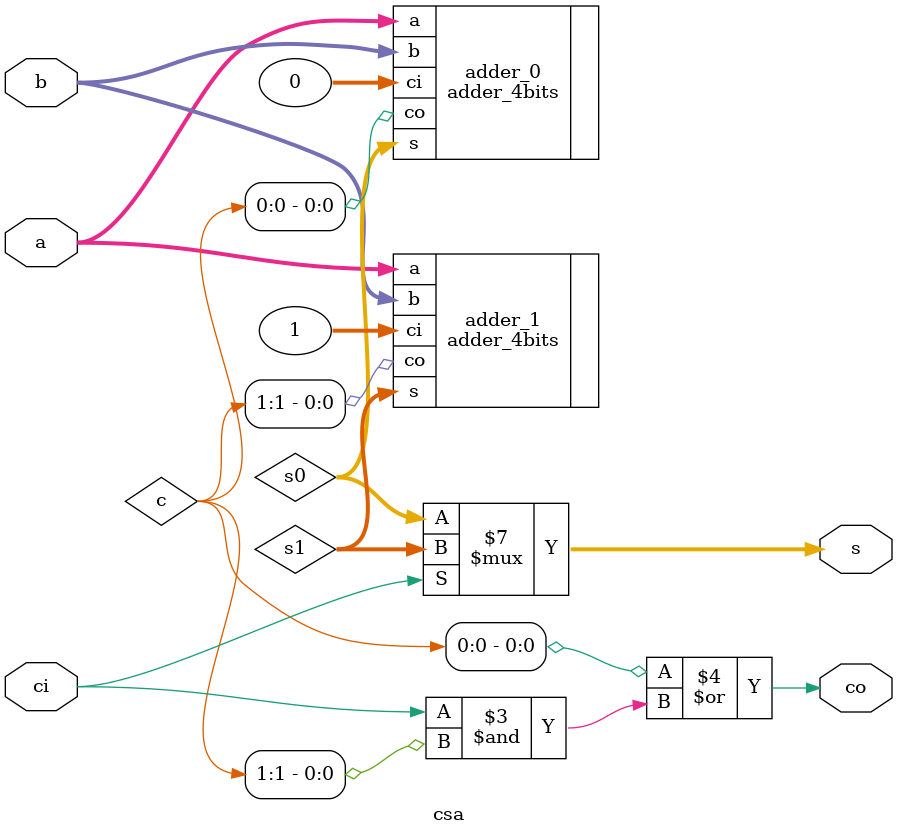
<source format=v>
module csa (
    a,
    b,
    ci,
    s,
    co
);
    input [3:0] a;
    input [3:0] b;
    input ci;
    output reg [3:0] s;
    output co;
    wire [1:0] c;
    wire [3:0] s0;
    wire [3:0] s1;

    adder_4bits adder_1(
        .a(a[3:0]),
        .b(b[3:0]),
        .ci(1),
        .s(s1),
        .co(c[1])
    );

    adder_4bits adder_0(
        .a(a[3:0]),
        .b(b[3:0]),
        .ci(0),
        .s(s0),
        .co(c[0])
    );
    // 进位
    assign co = c[0] | (ci & c[1]);
    // MUX
    always @(*) begin
        if (ci) begin
            s = s1;
        end
        else begin
            s = s0;
        end
    end

endmodule
</source>
